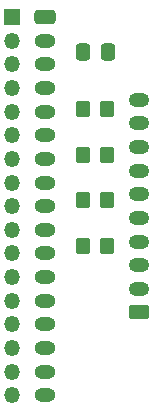
<source format=gts>
G04 #@! TF.GenerationSoftware,KiCad,Pcbnew,(6.0.1)*
G04 #@! TF.CreationDate,2022-07-05T00:40:55-07:00*
G04 #@! TF.ProjectId,mu100-dit-connector-board,6d753130-302d-4646-9974-2d636f6e6e65,rev?*
G04 #@! TF.SameCoordinates,PX4a615b8PY2b4db18*
G04 #@! TF.FileFunction,Soldermask,Top*
G04 #@! TF.FilePolarity,Negative*
%FSLAX46Y46*%
G04 Gerber Fmt 4.6, Leading zero omitted, Abs format (unit mm)*
G04 Created by KiCad (PCBNEW (6.0.1)) date 2022-07-05 00:40:55*
%MOMM*%
%LPD*%
G01*
G04 APERTURE LIST*
G04 Aperture macros list*
%AMRoundRect*
0 Rectangle with rounded corners*
0 $1 Rounding radius*
0 $2 $3 $4 $5 $6 $7 $8 $9 X,Y pos of 4 corners*
0 Add a 4 corners polygon primitive as box body*
4,1,4,$2,$3,$4,$5,$6,$7,$8,$9,$2,$3,0*
0 Add four circle primitives for the rounded corners*
1,1,$1+$1,$2,$3*
1,1,$1+$1,$4,$5*
1,1,$1+$1,$6,$7*
1,1,$1+$1,$8,$9*
0 Add four rect primitives between the rounded corners*
20,1,$1+$1,$2,$3,$4,$5,0*
20,1,$1+$1,$4,$5,$6,$7,0*
20,1,$1+$1,$6,$7,$8,$9,0*
20,1,$1+$1,$8,$9,$2,$3,0*%
G04 Aperture macros list end*
%ADD10RoundRect,0.250000X-0.650000X0.350000X-0.650000X-0.350000X0.650000X-0.350000X0.650000X0.350000X0*%
%ADD11O,1.800000X1.200000*%
%ADD12RoundRect,0.250000X0.625000X-0.350000X0.625000X0.350000X-0.625000X0.350000X-0.625000X-0.350000X0*%
%ADD13O,1.750000X1.200000*%
%ADD14RoundRect,0.250000X-0.350000X-0.450000X0.350000X-0.450000X0.350000X0.450000X-0.350000X0.450000X0*%
%ADD15R,1.350000X1.350000*%
%ADD16O,1.350000X1.350000*%
%ADD17RoundRect,0.250000X-0.337500X-0.475000X0.337500X-0.475000X0.337500X0.475000X-0.337500X0.475000X0*%
G04 APERTURE END LIST*
D10*
X4855000Y-3835000D03*
D11*
X4855000Y-5835000D03*
X4855000Y-7835000D03*
X4855000Y-9835000D03*
X4855000Y-11835000D03*
X4855000Y-13835000D03*
X4855000Y-15835000D03*
X4855000Y-17835000D03*
X4855000Y-19835000D03*
X4855000Y-21835000D03*
X4855000Y-23835000D03*
X4855000Y-25835000D03*
X4855000Y-27835000D03*
X4855000Y-29835000D03*
X4855000Y-31835000D03*
X4855000Y-33835000D03*
X4855000Y-35835000D03*
D12*
X12815000Y-28825000D03*
D13*
X12815000Y-26825000D03*
X12815000Y-24825000D03*
X12815000Y-22825000D03*
X12815000Y-20825000D03*
X12815000Y-18825000D03*
X12815000Y-16825000D03*
X12815000Y-14825000D03*
X12815000Y-12825000D03*
X12815000Y-10825000D03*
D14*
X8049000Y-23165000D03*
X10049000Y-23165000D03*
D15*
X1995000Y-3835000D03*
D16*
X1995000Y-5835000D03*
X1995000Y-7835000D03*
X1995000Y-9835000D03*
X1995000Y-11835000D03*
X1995000Y-13835000D03*
X1995000Y-15835000D03*
X1995000Y-17835000D03*
X1995000Y-19835000D03*
X1995000Y-21835000D03*
X1995000Y-23835000D03*
X1995000Y-25835000D03*
X1995000Y-27835000D03*
X1995000Y-29835000D03*
X1995000Y-31835000D03*
X1995000Y-33835000D03*
X1995000Y-35835000D03*
D14*
X8049000Y-19318332D03*
X10049000Y-19318332D03*
D17*
X8061500Y-6755800D03*
X10136500Y-6755800D03*
D14*
X8049000Y-15471666D03*
X10049000Y-15471666D03*
X8049000Y-11625000D03*
X10049000Y-11625000D03*
M02*

</source>
